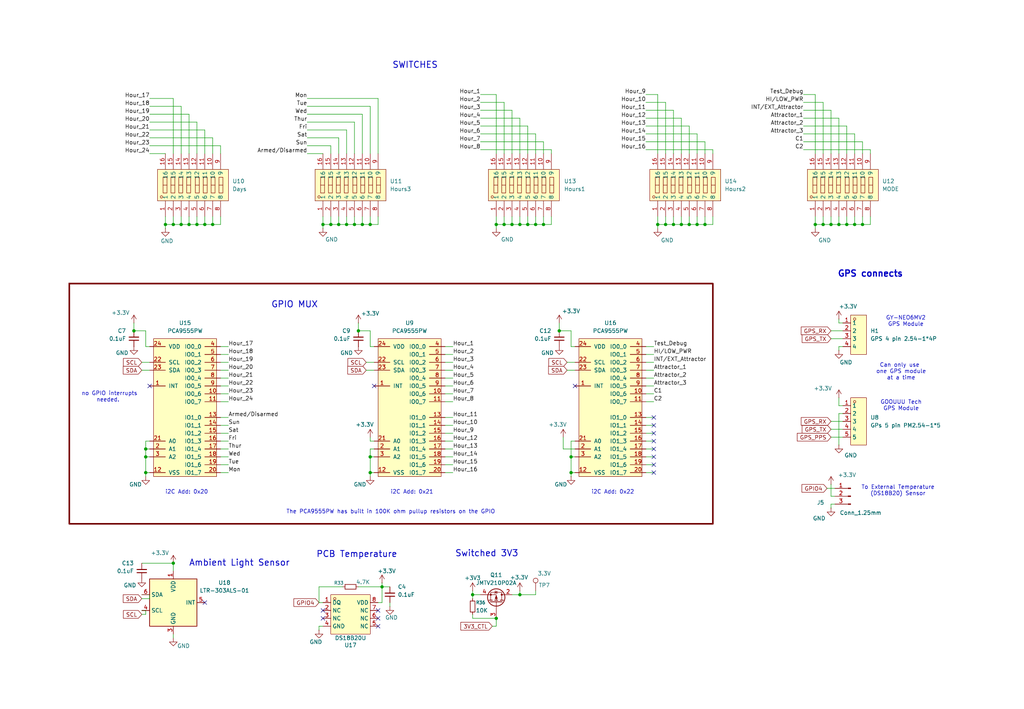
<source format=kicad_sch>
(kicad_sch (version 20250114) (generator "eeschema") (generator_version "9.0")
  (paper "User" 330.2 228.6)
  (title_block (title "MothBox") (date "2025-11-05") (rev "5.0.3") (company "Digital Naturalism Laboritories") (comment 1 "and Parkview"))
  (lib_symbols
    (symbol "0_easyeda2kicad:DS18B20U"
      (property "Reference" "U?" (at 0 8.89 0))
      (property "Value" "DS18B20U" (at 0 -8.89 0))
      (symbol "DS18B20U_0_1"
        (pin unspecified line (at -8.89 3.81 0) (length 2.54) (name "DQ") (number "1"))
        (pin unspecified line (at -8.89 1.27 0) (length 2.54) (name "NC") (number "2"))
        (pin unspecified line (at -8.89 -1.27 0) (length 2.54) (name "NC") (number "3"))
        (pin unspecified line (at -8.89 -3.81 0) (length 2.54) (name "GND") (number "4"))
        (pin unspecified line (at 8.89 3.81 180) (length 2.54) (name "VDD") (number "8"))
        (pin unspecified line (at 8.89 1.27 180) (length 2.54) (name "NC") (number "7"))
        (pin unspecified line (at 8.89 -1.27 180) (length 2.54) (name "NC") (number "6"))
        (pin unspecified line (at 8.89 -3.81 180) (length 2.54) (name "NC") (number "5"))
      )
    )
    (symbol "Connector:Conn_01x03_Pin" (pin_names (offset 1.016) (hide yes))
      (property "Reference" "J" (at 0 5.08 0))
      (property "Value" "Conn_01x03_Pin" (at 0 -5.08 0))
      (symbol "Conn_01x03_Pin_1_1"
        (pin passive line (at 5.08 2.54 180) (length 3.81) (name "Pin_1") (number "1"))
        (pin passive line (at 5.08 0 180) (length 3.81) (name "Pin_2") (number "2"))
        (pin passive line (at 5.08 -2.54 180) (length 3.81) (name "Pin_3") (number "3"))
      )
    )
    (symbol "MothBox_Symbol_Library:+3.3V" (power) (pin_numbers (hide yes)) (pin_names (offset 0) (hide yes))
      (property "Value" "+3.3V" (at 0 3.556 0))
      (symbol "+3.3V_1_1"
        (pin power_in line (at 0 0 90) (length 0) (name "~") (number "1"))
      )
    )
    (symbol "MothBox_Symbol_Library:2.54-1*4P母"
      (property "Reference" "H" (at 0 8.89 0))
      (property "Value" "2.54-1*4P母" (at 0 -8.89 0))
      (symbol "2.54-1*4P母_0_1"
        (pin unspecified line (at -5.08 3.81 0) (length 2.54) (name "1") (number "1"))
        (pin unspecified line (at -5.08 1.27 0) (length 2.54) (name "2") (number "2"))
        (pin unspecified line (at -5.08 -1.27 0) (length 2.54) (name "3") (number "3"))
        (pin unspecified line (at -5.08 -3.81 0) (length 2.54) (name "4") (number "4"))
      )
    )
    (symbol "MothBox_Symbol_Library:C_Small" (pin_numbers (hide yes)) (pin_names (offset 0.254) (hide yes))
      (property "Reference" "C" (at 0.254 1.778 0))
      (property "Value" "C_Small" (at 0.254 -2.032 0))
      (symbol "C_Small_1_1"
        (pin passive line (at 0 2.54 270) (length 2.032) (name "~") (number "1"))
        (pin passive line (at 0 -2.54 90) (length 2.032) (name "~") (number "2"))
      )
    )
    (symbol "MothBox_Symbol_Library:GND" (power) (pin_numbers (hide yes)) (pin_names (offset 0) (hide yes))
      (property "Value" "GND" (at 0 -3.81 0))
      (symbol "GND_1_1"
        (pin power_in line (at 0 0 270) (length 0) (name "~") (number "1"))
      )
    )
    (symbol "MothBox_Symbol_Library:JMTV210P02A" (pin_names (hide yes))
      (property "Reference" "Q" (at 5.08 1.905 0))
      (property "Value" "JMTV210P02A" (at 5.08 0 0))
      (symbol "JMTV210P02A_1_1"
        (pin input line (at -5.08 0 0) (length 2.54) (name "G") (number "3"))
        (pin passive line (at 2.54 5.08 270) (length 2.54) (hide yes) (name "D") (number "1"))
        (pin passive line (at 2.54 5.08 270) (length 2.54) (name "D") (number "2"))
        (pin passive line (at 2.54 5.08 270) (length 2.54) (hide yes) (name "D") (number "5"))
        (pin passive line (at 2.54 5.08 270) (length 2.54) (hide yes) (name "D") (number "6"))
        (pin passive line (at 2.54 5.08 270) (length 2.54) (hide yes) (name "D") (number "8"))
        (pin passive line (at 2.54 -5.08 90) (length 2.54) (name "S") (number "4"))
        (pin passive line (at 2.54 -5.08 90) (length 2.54) (hide yes) (name "S") (number "7"))
      )
    )
    (symbol "MothBox_Symbol_Library:PCA9535PW" (pin_names (offset 1.016))
      (property "Reference" "U" (at 0 -43.18 0))
      (property "Value" "PCA9535PW" (at 0 5.08 0))
      (symbol "PCA9535PW_1_1"
        (pin input line (at -11.43 0 0) (length 5.08) (name "VDD") (number "24"))
        (pin input line (at -11.43 -5.08 0) (length 5.08) (name "SCL") (number "22"))
        (pin input line (at -11.43 -7.62 0) (length 5.08) (name "SDA") (number "23"))
        (pin input line (at -11.43 -12.7 0) (length 5.08) (name "INT") (number "1"))
        (pin input line (at -11.43 -30.48 0) (length 5.08) (name "A0") (number "21"))
        (pin input line (at -11.43 -33.02 0) (length 5.08) (name "A1") (number "2"))
        (pin input line (at -11.43 -35.56 0) (length 5.08) (name "A2") (number "3"))
        (pin input line (at -11.43 -40.64 0) (length 5.08) (name "VSS") (number "12"))
        (pin input line (at 11.43 0 180) (length 5.08) (name "IO0_0") (number "4"))
        (pin input line (at 11.43 -2.54 180) (length 5.08) (name "IO0_1") (number "5"))
        (pin input line (at 11.43 -5.08 180) (length 5.08) (name "IO0_2") (number "6"))
        (pin input line (at 11.43 -7.62 180) (length 5.08) (name "IO0_3") (number "7"))
        (pin input line (at 11.43 -10.16 180) (length 5.08) (name "IO0_4") (number "8"))
        (pin input line (at 11.43 -12.7 180) (length 5.08) (name "IO0_5") (number "9"))
        (pin input line (at 11.43 -15.24 180) (length 5.08) (name "IO0_6") (number "10"))
        (pin input line (at 11.43 -17.78 180) (length 5.08) (name "IO0_7") (number "11"))
        (pin input line (at 11.43 -22.86 180) (length 5.08) (name "IO1_0") (number "13"))
        (pin input line (at 11.43 -25.4 180) (length 5.08) (name "IO1_1") (number "14"))
        (pin input line (at 11.43 -27.94 180) (length 5.08) (name "IO1_2") (number "15"))
        (pin input line (at 11.43 -30.48 180) (length 5.08) (name "IO1_3") (number "16"))
        (pin input line (at 11.43 -33.02 180) (length 5.08) (name "IO1_4") (number "17"))
        (pin input line (at 11.43 -35.56 180) (length 5.08) (name "IO1_5") (number "18"))
        (pin input line (at 11.43 -38.1 180) (length 5.08) (name "IO1_6") (number "19"))
        (pin input line (at 11.43 -40.64 180) (length 5.08) (name "IO1_7") (number "20"))
      )
    )
    (symbol "MothBox_Symbol_Library:PM2.54-1*5"
      (property "Reference" "U" (at 0 10.16 0))
      (property "Value" "PM2.54-1*5" (at 0 -10.16 0))
      (symbol "PM2.54-1*5_0_1"
        (pin unspecified line (at -5.08 5.08 0) (length 2.54) (name "1") (number "1"))
        (pin unspecified line (at -5.08 2.54 0) (length 2.54) (name "2") (number "2"))
        (pin unspecified line (at -5.08 0 0) (length 2.54) (name "3") (number "3"))
        (pin unspecified line (at -5.08 -2.54 0) (length 2.54) (name "4") (number "4"))
        (pin unspecified line (at -5.08 -5.08 0) (length 2.54) (name "5") (number "5"))
      )
    )
    (symbol "MothBox_Symbol_Library:R_Small" (pin_numbers (hide yes)) (pin_names (offset 0.254) (hide yes))
      (property "Reference" "R" (at 0 0 90))
      (property "Value" "R_Small" (at 1.778 0 90))
      (symbol "R_Small_1_1"
        (pin passive line (at 0 2.54 270) (length 0.762) (name "~") (number "1"))
        (pin passive line (at 0 -2.54 90) (length 0.762) (name "~") (number "2"))
      )
    )
    (symbol "MothBox_Symbol_Library:SMXS-08K-TP"
      (property "Reference" "SW" (at 0 15.24 0))
      (property "Value" "SMXS-08K-TP" (at 0 -15.24 0))
      (symbol "SMXS-08K-TP_0_1"
        (pin unspecified line (at -10.16 10.16 270) (length 5.08) (name "16") (number "16"))
        (pin unspecified line (at -10.16 -10.16 90) (length 5.08) (name "1") (number "1"))
        (pin unspecified line (at -7.62 10.16 270) (length 5.08) (name "15") (number "15"))
        (pin unspecified line (at -7.62 -10.16 90) (length 5.08) (name "2") (number "2"))
        (pin unspecified line (at -5.08 10.16 270) (length 5.08) (name "14") (number "14"))
        (pin unspecified line (at -5.08 -10.16 90) (length 5.08) (name "3") (number "3"))
        (pin unspecified line (at -2.54 10.16 270) (length 5.08) (name "13") (number "13"))
        (pin unspecified line (at -2.54 -10.16 90) (length 5.08) (name "4") (number "4"))
        (pin unspecified line (at 0 10.16 270) (length 5.08) (name "12") (number "12"))
        (pin unspecified line (at 0 -10.16 90) (length 5.08) (name "5") (number "5"))
        (pin unspecified line (at 2.54 10.16 270) (length 5.08) (name "11") (number "11"))
        (pin unspecified line (at 2.54 -10.16 90) (length 5.08) (name "6") (number "6"))
        (pin unspecified line (at 5.08 10.16 270) (length 5.08) (name "10") (number "10"))
        (pin unspecified line (at 5.08 -10.16 90) (length 5.08) (name "7") (number "7"))
        (pin unspecified line (at 7.62 10.16 270) (length 5.08) (name "9") (number "9"))
        (pin unspecified line (at 7.62 -10.16 90) (length 5.08) (name "8") (number "8"))
      )
    )
    (symbol "MothBox_Symbol_Library:TestPoint" (pin_numbers (hide yes)) (pin_names (offset 0.762) (hide yes))
      (property "Reference" "TP" (at 0 6.858 0))
      (property "Value" "TestPoint" (at 0 5.08 0))
      (symbol "TestPoint_1_1"
        (pin passive line (at 0 0 90) (length 2.54) (name "1") (number "1"))
      )
    )
    (symbol "Sensor_Optical:LTR-303ALS-01"
      (property "Reference" "U" (at -7.62 8.89 0))
      (property "Value" "LTR-303ALS-01" (at 1.27 8.89 0))
      (symbol "LTR-303ALS-01_1_1"
        (pin bidirectional line (at -10.16 2.54 0) (length 2.54) (name "SDA") (number "6"))
        (pin input line (at -10.16 -2.54 0) (length 2.54) (name "SCL") (number "4"))
        (pin power_in line (at 0 10.16 270) (length 2.54) (name "VDD") (number "1"))
        (pin power_in line (at 0 -10.16 90) (length 2.54) (name "GND") (number "3"))
        (pin no_connect line (at 7.62 -2.54 180) (length 2.54) (hide yes) (name "NC") (number "2"))
        (pin open_collector line (at 10.16 0 180) (length 2.54) (name "INT") (number "5"))
      )
    )
    (symbol "power:+3V3" (power) (pin_numbers (hide yes)) (pin_names (offset 0) (hide yes))
      (property "Value" "+3V3" (at 0 3.556 0))
      (symbol "+3V3_1_1"
        (pin power_in line (at 0 0 90) (length 0) (name "~") (number "1"))
      )
    )
  )
  (rectangle (start 22.352 91.44) (end 229.87 168.91) (stroke (width 0.508) (color 110 0 0 1)))
  (text "Can only use \none GPS module\nat a time" (at 290.576 119.888 0) (effects (font (size 1.27 1.27))))
  (text "no GPIO interrupts\nneeded. " (at 35.306 128.016 0) (effects (font (size 1.27 1.27))))
  (text "GY-NEO6MV2\nGPS Module" (at 292.1 103.632 0) (effects (font (size 1.27 1.27))))
  (text "Switched 3V3" (at 156.972 178.562 0) (effects (font (size 2 2) (thickness 0.254) (bold yes))))
  (text "GPS connects" (at 280.67 88.392 0) (effects (font (size 2 2) (thickness 0.4) (bold yes))))
  (text "The PCA9555PW has built in 100K ohm pullup resistors on the GPIO" (at 125.984 165.1 0) (effects (font (size 1.27 1.27))))
  (text "GOOUUU Tech\nGPS Module" (at 290.576 130.81 0) (effects (font (size 1.27 1.27))))
  (text "PCB Temperature" (at 115.062 178.816 0) (effects (font (size 2 2) (thickness 0.254) (bold yes))))
  (text "i2C Add: 0x22" (at 197.612 158.75 0) (effects (font (size 1.27 1.27))))
  (text "i2C Add: 0x20" (at 60.198 158.75 0) (effects (font (size 1.27 1.27))))
  (text "Ambient Light Sensor" (at 77.216 181.61 0) (effects (font (size 2 2) (thickness 0.254) (bold yes))))
  (text "To External Temperature\n(DS18B20) Sensor" (at 289.56 158.242 0) (effects (font (size 1.27 1.27))))
  (text "i2C Add: 0x21" (at 132.842 158.75 0) (effects (font (size 1.27 1.27))))
  (text "GPIO MUX\n" (at 94.996 98.298 0) (effects (font (size 2 2) (thickness 0.254) (bold yes))))
  (text "SWITCHES" (at 133.858 21.082 0) (effects (font (size 2 2) (thickness 0.254) (bold yes))))
  (junction (at 123.19 189.23))
  (junction (at 265.43 72.39))
  (junction (at 224.79 72.39))
  (junction (at 162.56 72.39))
  (junction (at 219.71 72.39))
  (junction (at 160.02 72.39))
  (junction (at 119.38 147.32))
  (junction (at 214.63 72.39))
  (junction (at 217.17 72.39))
  (junction (at 212.09 72.39))
  (junction (at 68.58 72.39))
  (junction (at 165.1 72.39))
  (junction (at 267.97 72.39))
  (junction (at 58.42 72.39))
  (junction (at 270.51 72.39))
  (junction (at 278.13 72.39))
  (junction (at 167.64 72.39))
  (junction (at 222.25 72.39))
  (junction (at 114.3 72.39))
  (junction (at 46.99 152.4))
  (junction (at 46.99 144.78))
  (junction (at 46.99 147.32))
  (junction (at 111.76 72.39))
  (junction (at 115.57 106.68))
  (junction (at 227.33 72.39))
  (junction (at 63.5 72.39))
  (junction (at 170.18 72.39))
  (junction (at 152.4 191.77))
  (junction (at 273.05 72.39))
  (junction (at 262.89 72.39))
  (junction (at 55.88 72.39))
  (junction (at 119.38 72.39))
  (junction (at 184.15 147.32))
  (junction (at 66.04 72.39))
  (junction (at 184.15 152.4))
  (junction (at 116.84 72.39))
  (junction (at 109.22 72.39))
  (junction (at 43.18 106.68))
  (junction (at 172.72 72.39))
  (junction (at 160.02 199.39))
  (junction (at 275.59 72.39))
  (junction (at 106.68 72.39))
  (junction (at 180.34 106.68))
  (junction (at 53.34 72.39))
  (junction (at 167.64 191.77))
  (junction (at 104.14 72.39))
  (junction (at 55.88 181.61))
  (junction (at 119.38 152.4))
  (junction (at 60.96 72.39))
  (junction (at 175.26 72.39))
  (no_connect (at 104.14 196.85))
  (no_connect (at 120.65 124.46))
  (no_connect (at 121.92 199.39))
  (no_connect (at 210.82 152.4))
  (no_connect (at 121.92 201.93))
  (no_connect (at 210.82 139.7))
  (no_connect (at 210.82 149.86))
  (no_connect (at 48.26 124.46))
  (no_connect (at 210.82 144.78))
  (no_connect (at 210.82 147.32))
  (no_connect (at 210.82 137.16))
  (no_connect (at 185.42 124.46))
  (no_connect (at 66.04 194.31))
  (no_connect (at 210.82 142.24))
  (no_connect (at 104.14 199.39))
  (no_connect (at 210.82 134.62))
  (no_connect (at 121.92 196.85))
  (wire (pts (xy 68.58 72.39) (xy 71.12 72.39)))
  (wire (pts (xy 210.82 116.84) (xy 208.28 116.84)))
  (wire (pts (xy 146.05 137.16) (xy 143.51 137.16)))
  (wire (pts (xy 46.99 142.24) (xy 46.99 144.78)))
  (wire (pts (xy 210.82 127) (xy 208.28 127)))
  (wire (pts (xy 60.96 69.85) (xy 60.96 72.39)))
  (wire (pts (xy 46.99 144.78) (xy 46.99 147.32)))
  (wire (pts (xy 208.28 43.18) (xy 224.79 43.18)))
  (wire (pts (xy 210.82 111.76) (xy 208.28 111.76)))
  (wire (pts (xy 152.4 190.5) (xy 152.4 191.77)))
  (wire (pts (xy 224.79 69.85) (xy 224.79 72.39)))
  (wire (pts (xy 99.06 46.99) (xy 106.68 46.99)))
  (wire (pts (xy 73.66 114.3) (xy 71.12 114.3)))
  (wire (pts (xy 119.38 69.85) (xy 119.38 72.39)))
  (wire (pts (xy 102.87 189.23) (xy 102.87 194.31)))
  (wire (pts (xy 114.3 39.37) (xy 114.3 49.53)))
  (wire (pts (xy 184.15 147.32) (xy 184.15 152.4)))
  (wire (pts (xy 152.4 191.77) (xy 152.4 193.04)))
  (wire (pts (xy 158.75 201.93) (xy 160.02 201.93)))
  (wire (pts (xy 119.38 144.78) (xy 119.38 147.32)))
  (wire (pts (xy 180.34 106.68) (xy 184.15 106.68)))
  (wire (pts (xy 45.72 116.84) (xy 48.26 116.84)))
  (wire (pts (xy 45.72 181.61) (xy 55.88 181.61)))
  (wire (pts (xy 217.17 69.85) (xy 217.17 72.39)))
  (wire (pts (xy 73.66 121.92) (xy 71.12 121.92)))
  (wire (pts (xy 48.26 142.24) (xy 46.99 142.24)))
  (wire (pts (xy 167.64 72.39) (xy 170.18 72.39)))
  (wire (pts (xy 46.99 152.4) (xy 46.99 153.67)))
  (wire (pts (xy 99.06 39.37) (xy 114.3 39.37)))
  (wire (pts (xy 121.92 69.85) (xy 121.92 72.39)))
  (wire (pts (xy 154.94 45.72) (xy 175.26 45.72)))
  (wire (pts (xy 48.26 46.99) (xy 71.12 46.99)))
  (wire (pts (xy 170.18 72.39) (xy 172.72 72.39)))
  (wire (pts (xy 210.82 144.78) (xy 208.28 144.78)))
  (wire (pts (xy 162.56 33.02) (xy 162.56 49.53)))
  (wire (pts (xy 184.15 147.32) (xy 185.42 147.32)))
  (wire (pts (xy 210.82 152.4) (xy 208.28 152.4)))
  (wire (pts (xy 115.57 106.68) (xy 119.38 106.68)))
  (wire (pts (xy 185.42 152.4) (xy 184.15 152.4)))
  (wire (pts (xy 146.05 147.32) (xy 143.51 147.32)))
  (wire (pts (xy 217.17 35.56) (xy 217.17 49.53)))
  (wire (pts (xy 262.89 69.85) (xy 262.89 72.39)))
  (wire (pts (xy 48.26 34.29) (xy 58.42 34.29)))
  (wire (pts (xy 99.06 49.53) (xy 104.14 49.53)))
  (wire (pts (xy 119.38 34.29) (xy 119.38 49.53)))
  (wire (pts (xy 73.66 129.54) (xy 71.12 129.54)))
  (wire (pts (xy 53.34 72.39) (xy 53.34 73.66)))
  (wire (pts (xy 210.82 121.92) (xy 208.28 121.92)))
  (wire (pts (xy 118.11 119.38) (xy 120.65 119.38)))
  (wire (pts (xy 146.05 139.7) (xy 143.51 139.7)))
  (wire (pts (xy 46.99 106.68) (xy 46.99 111.76)))
  (wire (pts (xy 116.84 36.83) (xy 116.84 49.53)))
  (wire (pts (xy 55.88 204.47) (xy 55.88 205.74)))
  (wire (pts (xy 267.97 69.85) (xy 267.97 72.39)))
  (wire (pts (xy 160.02 72.39) (xy 162.56 72.39)))
  (wire (pts (xy 227.33 69.85) (xy 227.33 72.39)))
  (wire (pts (xy 210.82 119.38) (xy 208.28 119.38)))
  (wire (pts (xy 123.19 189.23) (xy 125.73 189.23)))
  (wire (pts (xy 273.05 40.64) (xy 273.05 49.53)))
  (wire (pts (xy 119.38 72.39) (xy 121.92 72.39)))
  (wire (pts (xy 267.97 72.39) (xy 270.51 72.39)))
  (wire (pts (xy 222.25 40.64) (xy 222.25 49.53)))
  (wire (pts (xy 165.1 35.56) (xy 165.1 49.53)))
  (wire (pts (xy 116.84 72.39) (xy 119.38 72.39)))
  (wire (pts (xy 43.18 104.14) (xy 43.18 106.68)))
  (wire (pts (xy 63.5 72.39) (xy 66.04 72.39)))
  (wire (pts (xy 180.34 104.14) (xy 180.34 106.68)))
  (wire (pts (xy 45.72 196.85) (xy 46.99 196.85)))
  (wire (pts (xy 160.02 69.85) (xy 160.02 72.39)))
  (wire (pts (xy 184.15 142.24) (xy 185.42 142.24)))
  (wire (pts (xy 152.4 198.12) (xy 152.4 199.39)))
  (wire (pts (xy 48.26 193.04) (xy 45.72 193.04)))
  (wire (pts (xy 172.72 190.5) (xy 172.72 191.77)))
  (wire (pts (xy 160.02 30.48) (xy 160.02 49.53)))
  (wire (pts (xy 259.08 33.02) (xy 265.43 33.02)))
  (wire (pts (xy 267.97 160.02) (xy 269.24 160.02)))
  (wire (pts (xy 160.02 199.39) (xy 160.02 201.93)))
  (wire (pts (xy 267.97 109.22) (xy 271.78 109.22)))
  (wire (pts (xy 120.65 111.76) (xy 119.38 111.76)))
  (wire (pts (xy 119.38 144.78) (xy 120.65 144.78)))
  (wire (pts (xy 104.14 72.39) (xy 106.68 72.39)))
  (wire (pts (xy 273.05 72.39) (xy 275.59 72.39)))
  (wire (pts (xy 210.82 139.7) (xy 208.28 139.7)))
  (wire (pts (xy 68.58 69.85) (xy 68.58 72.39)))
  (wire (pts (xy 71.12 49.53) (xy 71.12 46.99)))
  (wire (pts (xy 125.73 194.31) (xy 125.73 195.58)))
  (wire (pts (xy 46.99 147.32) (xy 48.26 147.32)))
  (wire (pts (xy 152.4 191.77) (xy 154.94 191.77)))
  (wire (pts (xy 170.18 40.64) (xy 170.18 49.53)))
  (wire (pts (xy 119.38 147.32) (xy 119.38 152.4)))
  (wire (pts (xy 46.99 147.32) (xy 46.99 152.4)))
  (wire (pts (xy 182.88 119.38) (xy 185.42 119.38)))
  (wire (pts (xy 208.28 38.1) (xy 219.71 38.1)))
  (wire (pts (xy 267.97 106.68) (xy 271.78 106.68)))
  (wire (pts (xy 120.65 152.4) (xy 119.38 152.4)))
  (wire (pts (xy 119.38 106.68) (xy 119.38 111.76)))
  (wire (pts (xy 219.71 38.1) (xy 219.71 49.53)))
  (wire (pts (xy 278.13 45.72) (xy 278.13 49.53)))
  (wire (pts (xy 210.82 114.3) (xy 208.28 114.3)))
  (wire (pts (xy 146.05 144.78) (xy 143.51 144.78)))
  (wire (pts (xy 63.5 39.37) (xy 63.5 49.53)))
  (wire (pts (xy 270.51 133.35) (xy 270.51 143.51)))
  (wire (pts (xy 208.28 48.26) (xy 229.87 48.26)))
  (wire (pts (xy 146.05 149.86) (xy 143.51 149.86)))
  (wire (pts (xy 48.26 36.83) (xy 60.96 36.83)))
  (wire (pts (xy 210.82 134.62) (xy 208.28 134.62)))
  (wire (pts (xy 224.79 72.39) (xy 227.33 72.39)))
  (wire (pts (xy 270.51 111.76) (xy 271.78 111.76)))
  (wire (pts (xy 146.05 121.92) (xy 143.51 121.92)))
  (wire (pts (xy 48.26 191.77) (xy 48.26 193.04)))
  (wire (pts (xy 146.05 134.62) (xy 143.51 134.62)))
  (wire (pts (xy 114.3 72.39) (xy 116.84 72.39)))
  (wire (pts (xy 170.18 69.85) (xy 170.18 72.39)))
  (wire (pts (xy 278.13 72.39) (xy 280.67 72.39)))
  (wire (pts (xy 73.66 149.86) (xy 71.12 149.86)))
  (wire (pts (xy 68.58 44.45) (xy 68.58 49.53)))
  (wire (pts (xy 46.99 196.85) (xy 46.99 198.12)))
  (wire (pts (xy 275.59 43.18) (xy 275.59 49.53)))
  (wire (pts (xy 106.68 72.39) (xy 109.22 72.39)))
  (wire (pts (xy 219.71 69.85) (xy 219.71 72.39)))
  (wire (pts (xy 229.87 48.26) (xy 229.87 49.53)))
  (wire (pts (xy 60.96 36.83) (xy 60.96 49.53)))
  (wire (pts (xy 146.05 116.84) (xy 143.51 116.84)))
  (wire (pts (xy 259.08 35.56) (xy 267.97 35.56)))
  (wire (pts (xy 109.22 69.85) (xy 109.22 72.39)))
  (wire (pts (xy 73.66 152.4) (xy 71.12 152.4)))
  (wire (pts (xy 154.94 30.48) (xy 160.02 30.48)))
  (wire (pts (xy 214.63 33.02) (xy 214.63 49.53)))
  (wire (pts (xy 208.28 45.72) (xy 227.33 45.72)))
  (wire (pts (xy 73.66 139.7) (xy 71.12 139.7)))
  (wire (pts (xy 270.51 104.14) (xy 271.78 104.14)))
  (wire (pts (xy 267.97 162.56) (xy 267.97 163.83)))
  (wire (pts (xy 48.26 49.53) (xy 53.34 49.53)))
  (wire (pts (xy 270.51 102.87) (xy 270.51 104.14)))
  (wire (pts (xy 99.06 31.75) (xy 121.92 31.75)))
  (wire (pts (xy 267.97 35.56) (xy 267.97 49.53)))
  (wire (pts (xy 146.05 114.3) (xy 143.51 114.3)))
  (wire (pts (xy 270.51 133.35) (xy 271.78 133.35)))
  (wire (pts (xy 99.06 34.29) (xy 119.38 34.29)))
  (wire (pts (xy 55.88 69.85) (xy 55.88 72.39)))
  (wire (pts (xy 53.34 69.85) (xy 53.34 72.39)))
  (wire (pts (xy 73.66 119.38) (xy 71.12 119.38)))
  (wire (pts (xy 58.42 72.39) (xy 60.96 72.39)))
  (wire (pts (xy 267.97 140.97) (xy 271.78 140.97)))
  (wire (pts (xy 123.19 187.96) (xy 123.19 189.23)))
  (wire (pts (xy 177.8 69.85) (xy 177.8 72.39)))
  (wire (pts (xy 99.06 44.45) (xy 109.22 44.45)))
  (wire (pts (xy 182.88 116.84) (xy 185.42 116.84)))
  (wire (pts (xy 55.88 72.39) (xy 58.42 72.39)))
  (wire (pts (xy 46.99 144.78) (xy 48.26 144.78)))
  (wire (pts (xy 270.51 69.85) (xy 270.51 72.39)))
  (wire (pts (xy 104.14 201.93) (xy 102.87 201.93)))
  (wire (pts (xy 55.88 184.15) (xy 55.88 181.61)))
  (wire (pts (xy 175.26 45.72) (xy 175.26 49.53)))
  (wire (pts (xy 73.66 147.32) (xy 71.12 147.32)))
  (wire (pts (xy 73.66 137.16) (xy 71.12 137.16)))
  (wire (pts (xy 273.05 69.85) (xy 273.05 72.39)))
  (wire (pts (xy 114.3 69.85) (xy 114.3 72.39)))
  (wire (pts (xy 154.94 33.02) (xy 162.56 33.02)))
  (wire (pts (xy 162.56 72.39) (xy 165.1 72.39)))
  (wire (pts (xy 262.89 72.39) (xy 265.43 72.39)))
  (wire (pts (xy 119.38 152.4) (xy 119.38 153.67)))
  (wire (pts (xy 111.76 69.85) (xy 111.76 72.39)))
  (wire (pts (xy 160.02 72.39) (xy 160.02 73.66)))
  (wire (pts (xy 46.99 198.12) (xy 45.72 198.12)))
  (wire (pts (xy 102.87 194.31) (xy 104.14 194.31)))
  (wire (pts (xy 109.22 72.39) (xy 111.76 72.39)))
  (wire (pts (xy 212.09 30.48) (xy 212.09 49.53)))
  (wire (pts (xy 265.43 72.39) (xy 267.97 72.39)))
  (wire (pts (xy 267.97 138.43) (xy 271.78 138.43)))
  (wire (pts (xy 165.1 72.39) (xy 167.64 72.39)))
  (wire (pts (xy 214.63 69.85) (xy 214.63 72.39)))
  (wire (pts (xy 217.17 72.39) (xy 219.71 72.39)))
  (wire (pts (xy 119.38 147.32) (xy 120.65 147.32)))
  (wire (pts (xy 208.28 40.64) (xy 222.25 40.64)))
  (wire (pts (xy 278.13 69.85) (xy 278.13 72.39)))
  (wire (pts (xy 172.72 72.39) (xy 175.26 72.39)))
  (wire (pts (xy 146.05 127) (xy 143.51 127)))
  (wire (pts (xy 181.61 140.97) (xy 181.61 144.78)))
  (wire (pts (xy 222.25 69.85) (xy 222.25 72.39)))
  (wire (pts (xy 265.43 69.85) (xy 265.43 72.39)))
  (wire (pts (xy 73.66 144.78) (xy 71.12 144.78)))
  (wire (pts (xy 123.19 194.31) (xy 121.92 194.31)))
  (wire (pts (xy 111.76 41.91) (xy 111.76 49.53)))
  (wire (pts (xy 212.09 72.39) (xy 214.63 72.39)))
  (wire (pts (xy 167.64 69.85) (xy 167.64 72.39)))
  (wire (pts (xy 259.08 30.48) (xy 262.89 30.48)))
  (wire (pts (xy 275.59 72.39) (xy 278.13 72.39)))
  (wire (pts (xy 73.66 116.84) (xy 71.12 116.84)))
  (wire (pts (xy 227.33 72.39) (xy 229.87 72.39)))
  (wire (pts (xy 167.64 191.77) (xy 167.64 190.5)))
  (wire (pts (xy 210.82 124.46) (xy 208.28 124.46)))
  (wire (pts (xy 48.26 152.4) (xy 46.99 152.4)))
  (wire (pts (xy 154.94 40.64) (xy 170.18 40.64)))
  (wire (pts (xy 214.63 72.39) (xy 217.17 72.39)))
  (wire (pts (xy 146.05 119.38) (xy 143.51 119.38)))
  (wire (pts (xy 48.26 44.45) (xy 68.58 44.45)))
  (wire (pts (xy 66.04 69.85) (xy 66.04 72.39)))
  (wire (pts (xy 210.82 149.86) (xy 208.28 149.86)))
  (wire (pts (xy 154.94 35.56) (xy 165.1 35.56)))
  (wire (pts (xy 259.08 45.72) (xy 278.13 45.72)))
  (wire (pts (xy 227.33 45.72) (xy 227.33 49.53)))
  (wire (pts (xy 118.11 116.84) (xy 120.65 116.84)))
  (wire (pts (xy 270.51 128.27) (xy 270.51 130.81)))
  (wire (pts (xy 48.26 39.37) (xy 63.5 39.37)))
  (wire (pts (xy 270.51 130.81) (xy 271.78 130.81)))
  (wire (pts (xy 162.56 69.85) (xy 162.56 72.39)))
  (wire (pts (xy 229.87 69.85) (xy 229.87 72.39)))
  (wire (pts (xy 175.26 69.85) (xy 175.26 72.39)))
  (wire (pts (xy 48.26 31.75) (xy 55.88 31.75)))
  (wire (pts (xy 267.97 156.21) (xy 267.97 160.02)))
  (wire (pts (xy 146.05 124.46) (xy 143.51 124.46)))
  (wire (pts (xy 66.04 72.39) (xy 68.58 72.39)))
  (wire (pts (xy 165.1 191.77) (xy 167.64 191.77)))
  (wire (pts (xy 184.15 106.68) (xy 184.15 111.76)))
  (wire (pts (xy 146.05 142.24) (xy 143.51 142.24)))
  (wire (pts (xy 123.19 189.23) (xy 123.19 194.31)))
  (wire (pts (xy 259.08 43.18) (xy 275.59 43.18)))
  (wire (pts (xy 146.05 111.76) (xy 143.51 111.76)))
  (wire (pts (xy 73.66 134.62) (xy 71.12 134.62)))
  (wire (pts (xy 146.05 152.4) (xy 143.51 152.4)))
  (wire (pts (xy 280.67 48.26) (xy 280.67 49.53)))
  (wire (pts (xy 109.22 44.45) (xy 109.22 49.53)))
  (wire (pts (xy 60.96 72.39) (xy 63.5 72.39)))
  (wire (pts (xy 111.76 72.39) (xy 114.3 72.39)))
  (wire (pts (xy 154.94 38.1) (xy 167.64 38.1)))
  (wire (pts (xy 270.51 38.1) (xy 270.51 49.53)))
  (wire (pts (xy 275.59 69.85) (xy 275.59 72.39)))
  (wire (pts (xy 119.38 142.24) (xy 120.65 142.24)))
  (wire (pts (xy 175.26 72.39) (xy 177.8 72.39)))
  (wire (pts (xy 265.43 33.02) (xy 265.43 49.53)))
  (wire (pts (xy 222.25 72.39) (xy 224.79 72.39)))
  (wire (pts (xy 102.87 201.93) (xy 102.87 203.2)))
  (wire (pts (xy 110.49 189.23) (xy 102.87 189.23)))
  (wire (pts (xy 115.57 189.23) (xy 123.19 189.23)))
  (wire (pts (xy 219.71 72.39) (xy 222.25 72.39)))
  (wire (pts (xy 104.14 69.85) (xy 104.14 72.39)))
  (wire (pts (xy 45.72 191.77) (xy 48.26 191.77)))
  (wire (pts (xy 116.84 69.85) (xy 116.84 72.39)))
  (wire (pts (xy 115.57 104.14) (xy 115.57 106.68)))
  (wire (pts (xy 73.66 124.46) (xy 71.12 124.46)))
  (wire (pts (xy 121.92 31.75) (xy 121.92 49.53)))
  (wire (pts (xy 73.66 142.24) (xy 71.12 142.24)))
  (wire (pts (xy 167.64 38.1) (xy 167.64 49.53)))
  (wire (pts (xy 208.28 35.56) (xy 217.17 35.56)))
  (wire (pts (xy 165.1 69.85) (xy 165.1 72.39)))
  (wire (pts (xy 172.72 43.18) (xy 172.72 49.53)))
  (wire (pts (xy 267.97 135.89) (xy 271.78 135.89)))
  (wire (pts (xy 71.12 69.85) (xy 71.12 72.39)))
  (wire (pts (xy 99.06 41.91) (xy 111.76 41.91)))
  (wire (pts (xy 58.42 69.85) (xy 58.42 72.39)))
  (wire (pts (xy 280.67 69.85) (xy 280.67 72.39)))
  (wire (pts (xy 266.7 157.48) (xy 269.24 157.48)))
  (wire (pts (xy 210.82 142.24) (xy 208.28 142.24)))
  (wire (pts (xy 154.94 43.18) (xy 172.72 43.18)))
  (wire (pts (xy 267.97 162.56) (xy 269.24 162.56)))
  (wire (pts (xy 73.66 111.76) (xy 71.12 111.76)))
  (wire (pts (xy 48.26 41.91) (xy 66.04 41.91)))
  (wire (pts (xy 58.42 34.29) (xy 58.42 49.53)))
  (wire (pts (xy 172.72 191.77) (xy 167.64 191.77)))
  (wire (pts (xy 55.88 31.75) (xy 55.88 49.53)))
  (wire (pts (xy 208.28 30.48) (xy 212.09 30.48)))
  (wire (pts (xy 106.68 46.99) (xy 106.68 49.53)))
  (wire (pts (xy 259.08 40.64) (xy 273.05 40.64)))
  (wire (pts (xy 208.28 33.02) (xy 214.63 33.02)))
  (wire (pts (xy 45.72 119.38) (xy 48.26 119.38)))
  (wire (pts (xy 259.08 48.26) (xy 280.67 48.26)))
  (wire (pts (xy 43.18 106.68) (xy 46.99 106.68)))
  (wire (pts (xy 66.04 41.91) (xy 66.04 49.53)))
  (wire (pts (xy 152.4 199.39) (xy 160.02 199.39)))
  (wire (pts (xy 262.89 72.39) (xy 262.89 73.66)))
  (wire (pts (xy 104.14 72.39) (xy 104.14 73.66)))
  (wire (pts (xy 53.34 72.39) (xy 55.88 72.39)))
  (wire (pts (xy 48.26 111.76) (xy 46.99 111.76)))
  (wire (pts (xy 146.05 129.54) (xy 143.51 129.54)))
  (wire (pts (xy 184.15 152.4) (xy 184.15 153.67)))
  (wire (pts (xy 212.09 72.39) (xy 212.09 73.66)))
  (wire (pts (xy 210.82 137.16) (xy 208.28 137.16)))
  (wire (pts (xy 210.82 129.54) (xy 208.28 129.54)))
  (wire (pts (xy 63.5 69.85) (xy 63.5 72.39)))
  (wire (pts (xy 184.15 142.24) (xy 184.15 147.32)))
  (wire (pts (xy 185.42 111.76) (xy 184.15 111.76)))
  (wire (pts (xy 224.79 43.18) (xy 224.79 49.53)))
  (wire (pts (xy 270.51 72.39) (xy 273.05 72.39)))
  (wire (pts (xy 210.82 147.32) (xy 208.28 147.32)))
  (wire (pts (xy 119.38 140.97) (xy 119.38 142.24)))
  (wire (pts (xy 259.08 38.1) (xy 270.51 38.1)))
  (wire (pts (xy 212.09 69.85) (xy 212.09 72.39)))
  (wire (pts (xy 270.51 113.03) (xy 270.51 111.76)))
  (wire (pts (xy 99.06 36.83) (xy 116.84 36.83)))
  (wire (pts (xy 73.66 127) (xy 71.12 127)))
  (wire (pts (xy 177.8 48.26) (xy 177.8 49.53)))
  (wire (pts (xy 262.89 30.48) (xy 262.89 49.53)))
  (wire (pts (xy 172.72 69.85) (xy 172.72 72.39)))
  (wire (pts (xy 181.61 144.78) (xy 185.42 144.78)))
  (wire (pts (xy 106.68 69.85) (xy 106.68 72.39)))
  (wire (pts (xy 154.94 48.26) (xy 177.8 48.26)))
  (label "Tue" (at 99.06 34.29 180))
  (label "Attractor_3" (at 210.82 124.46 0))
  (label "Fri" (at 73.66 142.24 0))
  (label "Wed" (at 73.66 147.32 0))
  (label "Hour_22" (at 48.26 44.45 180))
  (label "Test_Debug" (at 210.82 111.76 0))
  (label "Mon" (at 99.06 31.75 180))
  (label "Thur" (at 73.66 144.78 0))
  (label "Hour_4" (at 154.94 38.1 180))
  (label "Hour_9" (at 208.28 30.48 180))
  (label "Thur" (at 99.06 39.37 180))
  (label "Hour_21" (at 73.66 121.92 0))
  (label "Hour_12" (at 146.05 142.24 0))
  (label "Hour_2" (at 146.05 114.3 0))
  (label "Hour_11" (at 146.05 134.62 0))
  (label "Armed{slash}Disarmed" (at 73.66 134.62 0))
  (label "Hour_5" (at 146.05 121.92 0))
  (label "Hour_8" (at 146.05 129.54 0))
  (label "Hour_14" (at 146.05 147.32 0))
  (label "Hour_18" (at 73.66 114.3 0))
  (label "Hour_15" (at 146.05 149.86 0))
  (label "Wed" (at 99.06 36.83 180))
  (label "Hour_2" (at 154.94 33.02 180))
  (label "Tue" (at 73.66 149.86 0))
  (label "Sat" (at 73.66 139.7 0))
  (label "HI{slash}LOW_PWR" (at 210.82 114.3 0))
  (label "Mon" (at 73.66 152.4 0))
  (label "Hour_16" (at 208.28 48.26 180))
  (label "Hour_24" (at 48.26 49.53 180))
  (label "C2" (at 210.82 129.54 0))
  (label "C1" (at 210.82 127 0))
  (label "Hour_16" (at 146.05 152.4 0))
  (label "Hour_7" (at 146.05 127 0))
  (label "INT{slash}EXT_Attractor" (at 259.08 35.56 180))
  (label "C1" (at 259.08 45.72 180))
  (label "Hour_24" (at 73.66 129.54 0))
  (label "C2" (at 259.08 48.26 180))
  (label "Hour_18" (at 48.26 34.29 180))
  (label "Hour_6" (at 154.94 43.18 180))
  (label "Hour_19" (at 73.66 116.84 0))
  (label "Hour_8" (at 154.94 48.26 180))
  (label "Hour_12" (at 208.28 38.1 180))
  (label "Sun" (at 99.06 46.99 180))
  (label "HI{slash}LOW_PWR" (at 259.08 33.02 180))
  (label "Hour_7" (at 154.94 45.72 180))
  (label "Armed{slash}Disarmed" (at 99.06 49.53 180))
  (label "Hour_15" (at 208.28 45.72 180))
  (label "Hour_13" (at 208.28 40.64 180))
  (label "Attractor_2" (at 210.82 121.92 0))
  (label "Hour_10" (at 146.05 137.16 0))
  (label "Sat" (at 99.06 44.45 180))
  (label "Hour_10" (at 208.28 33.02 180))
  (label "Hour_17" (at 73.66 111.76 0))
  (label "Attractor_1" (at 259.08 38.1 180))
  (label "Sun" (at 73.66 137.16 0))
  (label "Hour_13" (at 146.05 144.78 0))
  (label "Hour_1" (at 146.05 111.76 0))
  (label "Attractor_2" (at 259.08 40.64 180))
  (label "Hour_23" (at 73.66 127 0))
  (label "Hour_5" (at 154.94 40.64 180))
  (label "Hour_17" (at 48.26 31.75 180))
  (label "Hour_20" (at 48.26 39.37 180))
  (label "Hour_21" (at 48.26 41.91 180))
  (label "Hour_23" (at 48.26 46.99 180))
  (label "Hour_9" (at 146.05 139.7 0))
  (label "Test_Debug" (at 259.08 30.48 180))
  (label "Hour_22" (at 73.66 124.46 0))
  (label "Hour_3" (at 146.05 116.84 0))
  (label "Attractor_1" (at 210.82 119.38 0))
  (label "Hour_11" (at 208.28 35.56 180))
  (label "Attractor_3" (at 259.08 43.18 180))
  (label "INT{slash}EXT_Attractor" (at 210.82 116.84 0))
  (label "Hour_14" (at 208.28 43.18 180))
  (label "Fri" (at 99.06 41.91 180))
  (label "Hour_6" (at 146.05 124.46 0))
  (label "Hour_4" (at 146.05 119.38 0))
  (label "Hour_1" (at 154.94 30.48 180))
  (label "Hour_19" (at 48.26 36.83 180))
  (label "Hour_20" (at 73.66 119.38 0))
  (label "Hour_3" (at 154.94 35.56 180))
  (global_label "GPS_TX" (shape input) (at 267.97 138.43 180) (property "Intersheetrefs" "${INTERSHEET_REFS}" (effects (hide yes))))
  (global_label "GPIO4" (shape input) (at 102.87 194.31 180) (property "Intersheetrefs" "${INTERSHEET_REFS}" (effects (hide yes))))
  (global_label "GPS_RX" (shape input) (at 267.97 106.68 180) (property "Intersheetrefs" "${INTERSHEET_REFS}" (effects (hide yes))))
  (global_label "SDA" (shape input) (at 45.72 119.38 180) (property "Intersheetrefs" "${INTERSHEET_REFS}" (effects (hide yes))))
  (global_label "SCL" (shape input) (at 182.88 116.84 180) (property "Intersheetrefs" "${INTERSHEET_REFS}" (effects (hide yes))))
  (global_label "SCL" (shape input) (at 45.72 116.84 180) (property "Intersheetrefs" "${INTERSHEET_REFS}" (effects (hide yes))))
  (global_label "GPS_RX" (shape input) (at 267.97 135.89 180) (property "Intersheetrefs" "${INTERSHEET_REFS}" (effects (hide yes))))
  (global_label "SCL" (shape input) (at 45.72 198.12 180) (property "Intersheetrefs" "${INTERSHEET_REFS}" (effects (hide yes))))
  (global_label "GPS_PPS" (shape input) (at 267.97 140.97 180) (property "Intersheetrefs" "${INTERSHEET_REFS}" (effects (hide yes))))
  (global_label "SDA" (shape input) (at 45.72 193.04 180) (property "Intersheetrefs" "${INTERSHEET_REFS}" (effects (hide yes))))
  (global_label "GPS_TX" (shape input) (at 267.97 109.22 180) (property "Intersheetrefs" "${INTERSHEET_REFS}" (effects (hide yes))))
  (global_label "3V3_CTL" (shape input) (at 158.75 201.93 180) (property "Intersheetrefs" "${INTERSHEET_REFS}" (effects (hide yes))))
  (global_label "SDA" (shape input) (at 118.11 119.38 180) (property "Intersheetrefs" "${INTERSHEET_REFS}" (effects (hide yes))))
  (global_label "SDA" (shape input) (at 182.88 119.38 180) (property "Intersheetrefs" "${INTERSHEET_REFS}" (effects (hide yes))))
  (global_label "SCL" (shape input) (at 118.11 116.84 180) (property "Intersheetrefs" "${INTERSHEET_REFS}" (effects (hide yes))))
  (global_label "GPIO4" (shape input) (at 266.7 157.48 180) (property "Intersheetrefs" "${INTERSHEET_REFS}" (effects (hide yes))))
  (symbol (lib_id "MothBox_Symbol_Library:+3.3V") (at 270.51 128.27 0) (unit 1)
    (property "Reference" "#PWR022" (effects (hide yes)))
    (property "Value" "+3.3V" (at 262.382 125.222 0) (effects (justify left)))
    (property "Description" "Power symbol creates a global label with name \"+3.3V\"" (effects (hide yes)))
  )
  (symbol (lib_id "MothBox_Symbol_Library:GND") (at 45.72 186.69 0) (mirror y) (unit 1)
    (property "Reference" "#PWR065" (effects (hide yes)))
    (property "Value" "GND" (at 41.91 188.722 0))
    (property "Description" "Power symbol creates a global label with name \"GND\" , ground" (effects (hide yes)))
  )
  (symbol (lib_id "MothBox_Symbol_Library:+3.3V") (at 55.88 181.61 0) (mirror y) (unit 1)
    (property "Reference" "#PWR064" (effects (hide yes)))
    (property "Value" "+3.3V" (at 51.562 178.308 0))
    (property "Description" "Power symbol creates a global label with name \"+3.3V\"" (effects (hide yes)))
  )
  (symbol (lib_id "MothBox_Symbol_Library:2.54-1*4P母") (at 276.86 107.95 0) (unit 1)
    (property "Reference" "H1" (at 280.67 106.6799 0) (effects (justify left)))
    (property "Value" "GPS 4 pin 2.54-1*4P" (at 280.67 109.2199 0) (effects (justify left)))
    (property "Footprint" "Connector_PinSocket_2.54mm:PinSocket_1x04_P2.54mm_Vertical" (effects (hide yes)))
    (property "LCSC_Part" "C2718488" (effects (hide yes)))
  )
  (symbol (lib_id "MothBox_Symbol_Library:GND") (at 160.02 73.66 0) (unit 1)
    (property "Reference" "#PWR029" (effects (hide yes)))
    (property "Value" "GND" (at 163.576 77.216 0))
    (property "Description" "Power symbol creates a global label with name \"GND\" , ground" (effects (hide yes)))
  )
  (symbol (lib_id "MothBox_Symbol_Library:+3.3V") (at 115.57 104.14 0) (mirror y) (unit 1)
    (property "Reference" "#PWR050" (effects (hide yes)))
    (property "Value" "+3.3V" (at 119.38 101.092 0))
    (property "Description" "Power symbol creates a global label with name \"+3.3V\"" (effects (hide yes)))
  )
  (symbol (lib_id "MothBox_Symbol_Library:GND") (at 104.14 73.66 0) (unit 1)
    (property "Reference" "#PWR028" (effects (hide yes)))
    (property "Value" "GND" (at 106.934 77.216 0))
    (property "Description" "Power symbol creates a global label with name \"GND\" , ground" (effects (hide yes)))
  )
  (symbol (lib_id "power:+3V3") (at 152.4 190.5 0) (unit 1)
    (property "Reference" "#PWR075" (effects (hide yes)))
    (property "Value" "+3V3" (at 152.4 186.3669 0))
    (property "Description" "Power symbol creates a global label with name \"+3V3\"" (effects (hide yes)))
  )
  (symbol (lib_id "MothBox_Symbol_Library:+3.3V") (at 270.51 102.87 0) (unit 1)
    (property "Reference" "#PWR020" (effects (hide yes)))
    (property "Value" "+3.3V" (at 270.51 98.806 0) (effects (justify left)))
    (property "Description" "Power symbol creates a global label with name \"+3.3V\"" (effects (hide yes)))
  )
  (symbol (lib_id "MothBox_Symbol_Library:GND") (at 180.34 111.76 0) (mirror y) (unit 1)
    (property "Reference" "#PWR032" (effects (hide yes)))
    (property "Value" "GND" (at 176.53 113.792 0))
    (property "Description" "Power symbol creates a global label with name \"GND\" , ground" (effects (hide yes)))
  )
  (symbol (lib_id "MothBox_Symbol_Library:GND") (at 119.38 153.67 0) (mirror y) (unit 1)
    (property "Reference" "#PWR052" (effects (hide yes)))
    (property "Value" "GND" (at 116.078 156.21 0))
    (property "Description" "Power symbol creates a global label with name \"GND\" , ground" (effects (hide yes)))
  )
  (symbol (lib_id "MothBox_Symbol_Library:+3.3V") (at 167.64 190.5 0) (mirror y) (unit 1)
    (property "Reference" "#PWR066" (effects (hide yes)))
    (property "Value" "+3.3V" (at 167.386 186.182 0))
    (property "Description" "Power symbol creates a global label with name \"+3.3V\"" (effects (hide yes)))
  )
  (symbol (lib_id "MothBox_Symbol_Library:+3.3V") (at 180.34 104.14 0) (mirror y) (unit 1)
    (property "Reference" "#PWR013" (effects (hide yes)))
    (property "Value" "+3.3V" (at 184.15 100.33 0))
    (property "Description" "Power symbol creates a global label with name \"+3.3V\"" (effects (hide yes)))
  )
  (symbol (lib_id "MothBox_Symbol_Library:GND") (at 270.51 143.51 0) (unit 1)
    (property "Reference" "#PWR023" (effects (hide yes)))
    (property "Value" "GND" (at 272.288 146.812 0) (effects (justify left)))
    (property "Description" "Power symbol creates a global label with name \"GND\" , ground" (effects (hide yes)))
  )
  (symbol (lib_id "MothBox_Symbol_Library:PCA9535PW") (at 196.85 111.76 0) (unit 1)
    (property "Reference" "U16" (at 196.85 104.14 0))
    (property "Value" "PCA9555PW" (at 196.85 106.68 0))
    (property "Footprint" "MothBox_footprints_Library:TSSOP-24_4.4x7.8mm_P0.65mm" (effects (hide yes)))
    (property "LCSC_Part" " C42420607" (effects (hide yes)))
  )
  (symbol (lib_id "MothBox_Symbol_Library:C_Small") (at 43.18 109.22 0) (mirror x) (unit 1)
    (property "Reference" "C7" (at 40.64 106.6735 0) (effects (justify right)))
    (property "Value" "0.1uF" (at 40.64 109.2135 0) (effects (justify right)))
    (property "Footprint" "MothBox_footprints_Library:C_0603_1608Metric" (effects (hide yes)))
    (property "Description" "Unpolarized capacitor, small symbol" (effects (hide yes)))
    (property "Digikey_Part_No" "311-1140-2-ND" (effects (hide yes)))
    (property "LCSC_Part" "C14663" (effects (hide yes)))
  )
  (symbol (lib_id "MothBox_Symbol_Library:GND") (at 43.18 111.76 0) (mirror y) (unit 1)
    (property "Reference" "#PWR027" (effects (hide yes)))
    (property "Value" "GND" (at 39.37 113.792 0))
    (property "Description" "Power symbol creates a global label with name \"GND\" , ground" (effects (hide yes)))
  )
  (symbol (lib_id "MothBox_Symbol_Library:PCA9535PW") (at 132.08 111.76 0) (unit 1)
    (property "Reference" "U9" (at 132.08 104.14 0))
    (property "Value" "PCA9555PW" (at 132.08 106.68 0))
    (property "Footprint" "MothBox_footprints_Library:TSSOP-24_4.4x7.8mm_P0.65mm" (effects (hide yes)))
    (property "LCSC_Part" " C42420607" (effects (hide yes)))
  )
  (symbol (lib_id "MothBox_Symbol_Library:+3.3V") (at 181.61 140.97 0) (mirror y) (unit 1)
    (property "Reference" "#PWR055" (effects (hide yes)))
    (property "Value" "+3.3V" (at 179.832 136.906 0))
    (property "Description" "Power symbol creates a global label with name \"+3.3V\"" (effects (hide yes)))
  )
  (symbol (lib_id "MothBox_Symbol_Library:SMXS-08K-TP") (at 222.25 59.69 0) (unit 1)
    (property "Reference" "U14" (at 233.68 58.4199 0) (effects (justify left)))
    (property "Value" "Hours2" (at 233.68 60.9599 0) (effects (justify left)))
    (property "Footprint" "MothBox_footprints_Library:SW-SMD_SMXS-08K-TP" (effects (hide yes)))
    (property "LCSC_Part" "C5439767" (effects (hide yes)))
  )
  (symbol (lib_id "MothBox_Symbol_Library:PM2.54-1*5") (at 276.86 135.89 0) (unit 1)
    (property "Reference" "U8" (at 280.67 134.6199 0) (effects (justify left)))
    (property "Value" "GPs 5 pin PM2.54-1*5" (at 280.67 137.1599 0) (effects (justify left)))
    (property "Footprint" "Connector_PinSocket_2.54mm:PinSocket_1x05_P2.54mm_Vertical" (effects (hide yes)))
    (property "LCSC_Part" "C5116488" (effects (hide yes)))
  )
  (symbol (lib_id "MothBox_Symbol_Library:C_Small") (at 125.73 191.77 180) (unit 1)
    (property "Reference" "C4" (at 128.27 189.2235 0) (effects (justify right)))
    (property "Value" "0.1uF" (at 128.27 191.7635 0) (effects (justify right)))
    (property "Footprint" "MothBox_footprints_Library:C_0603_1608Metric" (effects (hide yes)))
    (property "Description" "Unpolarized capacitor, small symbol" (effects (hide yes)))
    (property "Digikey_Part_No" "311-1140-2-ND" (effects (hide yes)))
    (property "LCSC_Part" "C14663" (effects (hide yes)))
  )
  (symbol (lib_id "MothBox_Symbol_Library:SMXS-08K-TP") (at 114.3 59.69 0) (unit 1)
    (property "Reference" "U11" (at 125.73 58.4199 0) (effects (justify left)))
    (property "Value" "Hours3" (at 125.73 60.9599 0) (effects (justify left)))
    (property "Footprint" "MothBox_footprints_Library:SW-SMD_SMXS-08K-TP" (effects (hide yes)))
    (property "LCSC_Part" "C5439767" (effects (hide yes)))
  )
  (symbol (lib_id "MothBox_Symbol_Library:SMXS-08K-TP") (at 273.05 59.69 0) (unit 1)
    (property "Reference" "U12" (at 284.48 58.4199 0) (effects (justify left)))
    (property "Value" "MODE" (at 284.48 60.9599 0) (effects (justify left)))
    (property "Footprint" "MothBox_footprints_Library:SW-SMD_SMXS-08K-TP" (effects (hide yes)))
    (property "LCSC_Part" "C5439767" (effects (hide yes)))
  )
  (symbol (lib_id "MothBox_Symbol_Library:+3.3V") (at 119.38 140.97 0) (mirror y) (unit 1)
    (property "Reference" "#PWR054" (effects (hide yes)))
    (property "Value" "+3.3V" (at 117.602 136.906 0))
    (property "Description" "Power symbol creates a global label with name \"+3.3V\"" (effects (hide yes)))
  )
  (symbol (lib_id "MothBox_Symbol_Library:+3.3V") (at 43.18 104.14 0) (mirror y) (unit 1)
    (property "Reference" "#PWR026" (effects (hide yes)))
    (property "Value" "+3.3V" (at 38.862 100.838 0))
    (property "Description" "Power symbol creates a global label with name \"+3.3V\"" (effects (hide yes)))
  )
  (symbol (lib_id "MothBox_Symbol_Library:GND") (at 262.89 73.66 0) (unit 1)
    (property "Reference" "#PWR057" (effects (hide yes)))
    (property "Value" "GND" (at 265.938 77.47 0))
    (property "Description" "Power symbol creates a global label with name \"GND\" , ground" (effects (hide yes)))
  )
  (symbol (lib_id "MothBox_Symbol_Library:SMXS-08K-TP") (at 170.18 59.69 0) (unit 1)
    (property "Reference" "U13" (at 181.864 58.42 0) (effects (justify left)))
    (property "Value" "Hours1" (at 181.864 60.96 0) (effects (justify left)))
    (property "Footprint" "MothBox_footprints_Library:SW-SMD_SMXS-08K-TP" (effects (hide yes)))
    (property "LCSC_Part" "C5439767" (effects (hide yes)))
  )
  (symbol (lib_id "Connector:Conn_01x03_Pin") (at 274.32 160.02 0) (mirror y) (unit 1)
    (property "Reference" "J5" (at 263.398 162.052 0) (effects (justify right)))
    (property "Value" "Conn_1.25mm" (at 270.764 165.354 0) (effects (justify right)))
    (property "Footprint" "0_easyeda_footprints:CONN-SMD_3P-P1.25_DF13C-3P-1.25V" (effects (hide yes)))
    (property "Description" "Generic connector, single row, 01x03, script generated" (effects (hide yes)))
    (property "LCSC" "C88352" (effects (hide yes)))
  )
  (symbol (lib_id "MothBox_Symbol_Library:R_Small") (at 152.4 195.58 0) (unit 1)
    (property "Reference" "R36" (at 153.416 194.31 0) (effects (font (size 1.016 1.016)) (justify left)))
    (property "Value" "10K" (at 153.416 196.85 0) (effects (justify left)))
    (property "Footprint" "MothBox_footprints_Library:R_0603_1608Metric" (effects (hide yes)))
    (property "Description" "Resistor, small symbol" (effects (hide yes)))
    (property "LCSC_Part" "C25804" (effects (hide yes)))
  )
  (symbol (lib_id "MothBox_Symbol_Library:R_Small") (at 113.03 189.23 270) (mirror x) (unit 1)
    (property "Reference" "R33" (at 107.696 187.96 90) (effects (font (size 1.016 1.016)) (justify left)))
    (property "Value" "4.7K" (at 114.808 187.706 90) (effects (justify left)))
    (property "Footprint" "MothBox_footprints_Library:R_0603_1608Metric" (effects (hide yes)))
    (property "Description" "Resistor, small symbol" (effects (hide yes)))
    (property "LCSC_Part" "C25804" (effects (hide yes)))
  )
  (symbol (lib_id "MothBox_Symbol_Library:SMXS-08K-TP") (at 63.5 59.69 0) (unit 1)
    (property "Reference" "U10" (at 74.93 58.4199 0) (effects (justify left)))
    (property "Value" "Days" (at 74.93 60.9599 0) (effects (justify left)))
    (property "Footprint" "MothBox_footprints_Library:SW-SMD_SMXS-08K-TP" (effects (hide yes)))
    (property "LCSC_Part" "C5439767" (effects (hide yes)))
  )
  (symbol (lib_id "MothBox_Symbol_Library:GND") (at 212.09 73.66 0) (unit 1)
    (property "Reference" "#PWR033" (effects (hide yes)))
    (property "Value" "GND" (at 215.138 77.47 0))
    (property "Description" "Power symbol creates a global label with name \"GND\" , ground" (effects (hide yes)))
  )
  (symbol (lib_id "MothBox_Symbol_Library:GND") (at 46.99 153.67 0) (mirror y) (unit 1)
    (property "Reference" "#PWR048" (effects (hide yes)))
    (property "Value" "GND" (at 43.688 156.21 0))
    (property "Description" "Power symbol creates a global label with name \"GND\" , ground" (effects (hide yes)))
  )
  (symbol (lib_id "MothBox_Symbol_Library:+3.3V") (at 267.97 156.21 0) (mirror y) (unit 1)
    (property "Reference" "#PWR070" (effects (hide yes)))
    (property "Value" "+3.3V" (at 276.098 153.162 0) (effects (justify left)))
    (property "Description" "Power symbol creates a global label with name \"+3.3V\"" (effects (hide yes)))
  )
  (symbol (lib_id "MothBox_Symbol_Library:+3.3V") (at 123.19 187.96 0) (mirror y) (unit 1)
    (property "Reference" "#PWR067" (effects (hide yes)))
    (property "Value" "+3.3V" (at 124.714 184.15 0))
    (property "Description" "Power symbol creates a global label with name \"+3.3V\"" (effects (hide yes)))
  )
  (symbol (lib_id "MothBox_Symbol_Library:TestPoint") (at 172.72 190.5 0) (unit 1) (in_bom no)
    (property "Reference" "TP7" (at 175.514 188.722 0))
    (property "Value" "3.3V" (at 175.514 184.912 0))
    (property "Footprint" "MothBox_footprints_Library:TestPoint_THTPad_D1.0mm_Drill0.5mm" (effects (hide yes)))
    (property "Description" "test point" (effects (hide yes)))
  )
  (symbol (lib_id "MothBox_Symbol_Library:C_Small") (at 115.57 109.22 0) (mirror x) (unit 1)
    (property "Reference" "C9" (at 113.03 106.6735 0) (effects (justify right)))
    (property "Value" "0.1uF" (at 113.03 109.2135 0) (effects (justify right)))
    (property "Footprint" "MothBox_footprints_Library:C_0603_1608Metric" (effects (hide yes)))
    (property "Description" "Unpolarized capacitor, small symbol" (effects (hide yes)))
    (property "Digikey_Part_No" "311-1140-2-ND" (effects (hide yes)))
    (property "LCSC_Part" "C14663" (effects (hide yes)))
  )
  (symbol (lib_id "Sensor_Optical:LTR-303ALS-01") (at 55.88 194.31 0) (unit 1)
    (property "Reference" "U18" (at 72.39 187.8898 0))
    (property "Value" "LTR-303ALS-01" (at 72.39 190.4298 0))
    (property "Footprint" "OptoDevice:Lite-On_LTR-303ALS-01" (effects (hide yes)))
    (property "Datasheet" "https://optoelectronics.liteon.com/upload/download/DS86-2013-0004/LTR-303ALS-01_DS_V1.pdf" (effects (hide yes)))
    (property "Description" "ambient light sensor, i2c interface, 0.01 to 64k lux, 2.4-3.6V" (effects (hide yes)))
  )
  (symbol (lib_id "MothBox_Symbol_Library:GND") (at 270.51 113.03 0) (unit 1)
    (property "Reference" "#PWR021" (effects (hide yes)))
    (property "Value" "GND" (at 272.796 116.84 0))
    (property "Description" "Power symbol creates a global label with name \"GND\" , ground" (effects (hide yes)))
  )
  (symbol (lib_id "MothBox_Symbol_Library:C_Small") (at 180.34 109.22 0) (mirror x) (unit 1)
    (property "Reference" "C12" (at 177.8 106.6735 0) (effects (justify right)))
    (property "Value" "0.1uF" (at 177.8 109.2135 0) (effects (justify right)))
    (property "Footprint" "MothBox_footprints_Library:C_0603_1608Metric" (effects (hide yes)))
    (property "Description" "Unpolarized capacitor, small symbol" (effects (hide yes)))
    (property "Digikey_Part_No" "311-1140-2-ND" (effects (hide yes)))
    (property "LCSC_Part" "C14663" (effects (hide yes)))
  )
  (symbol (lib_id "MothBox_Symbol_Library:GND") (at 53.34 73.66 0) (unit 1)
    (property "Reference" "#PWR024" (effects (hide yes)))
    (property "Value" "GND" (at 53.848 77.724 0))
    (property "Description" "Power symbol creates a global label with name \"GND\" , ground" (effects (hide yes)))
  )
  (symbol (lib_id "MothBox_Symbol_Library:GND") (at 115.57 111.76 0) (mirror y) (unit 1)
    (property "Reference" "#PWR051" (effects (hide yes)))
    (property "Value" "GND" (at 111.76 113.792 0))
    (property "Description" "Power symbol creates a global label with name \"GND\" , ground" (effects (hide yes)))
  )
  (symbol (lib_id "MothBox_Symbol_Library:GND") (at 267.97 163.83 0) (mirror y) (unit 1)
    (property "Reference" "#PWR069" (effects (hide yes)))
    (property "Value" "GND" (at 266.192 167.132 0) (effects (justify left)))
    (property "Description" "Power symbol creates a global label with name \"GND\" , ground" (effects (hide yes)))
  )
  (symbol (lib_id "0_easyeda2kicad:DS18B20U") (at 113.03 198.12 0) (unit 1)
    (property "Reference" "U17" (at 113.03 208.026 0))
    (property "Value" "DS18B20U" (at 113.03 205.74 0))
    (property "Footprint" "0_easyeda_footprints:MSOP-8_L3.0-W3.0-P0.65-LS4.9-BL" (effects (hide yes)))
    (property "Datasheet" "https://lcsc.com/product-detail/Temperature-Sensors_UMW-Youtai-Semiconductor-Co-Ltd-DS18B20U_C695836.html" (effects (hide yes)))
    (property "LCSC Part" "C695836" (effects (hide yes)))
  )
  (symbol (lib_id "MothBox_Symbol_Library:GND") (at 184.15 153.67 0) (mirror y) (unit 1)
    (property "Reference" "#PWR056" (effects (hide yes)))
    (property "Value" "GND" (at 180.848 156.21 0))
    (property "Description" "Power symbol creates a global label with name \"GND\" , ground" (effects (hide yes)))
  )
  (symbol (lib_id "MothBox_Symbol_Library:PCA9535PW") (at 59.69 111.76 0) (unit 1)
    (property "Reference" "U15" (at 59.69 104.14 0))
    (property "Value" "PCA9555PW" (at 59.69 106.68 0))
    (property "Footprint" "MothBox_footprints_Library:TSSOP-24_4.4x7.8mm_P0.65mm" (effects (hide yes)))
    (property "LCSC_Part" " C42420607" (effects (hide yes)))
  )
  (symbol (lib_id "MothBox_Symbol_Library:GND") (at 55.88 205.74 0) (unit 1)
    (property "Reference" "#PWR063" (effects (hide yes)))
    (property "Value" "GND" (at 59.182 208.28 0))
    (property "Description" "Power symbol creates a global label with name \"GND\" , ground" (effects (hide yes)))
  )
  (symbol (lib_id "MothBox_Symbol_Library:C_Small") (at 45.72 184.15 0) (mirror x) (unit 1)
    (property "Reference" "C13" (at 43.18 181.6035 0) (effects (justify right)))
    (property "Value" "0.1uF" (at 43.18 184.1435 0) (effects (justify right)))
    (property "Footprint" "MothBox_footprints_Library:C_0603_1608Metric" (effects (hide yes)))
    (property "Description" "Unpolarized capacitor, small symbol" (effects (hide yes)))
    (property "Digikey_Part_No" "311-1140-2-ND" (effects (hide yes)))
    (property "LCSC_Part" "C14663" (effects (hide yes)))
  )
  (symbol (lib_id "MothBox_Symbol_Library:GND") (at 102.87 203.2 0) (unit 1)
    (property "Reference" "#PWR019" (effects (hide yes)))
    (property "Value" "GND" (at 101.854 207.01 0))
    (property "Description" "Power symbol creates a global label with name \"GND\" , ground" (effects (hide yes)))
  )
  (symbol (lib_id "MothBox_Symbol_Library:JMTV210P02A") (at 160.02 194.31 270) (mirror x) (unit 1)
    (property "Reference" "Q11" (at 160.02 185.42 90))
    (property "Value" "JMTV210P02A" (at 160.02 187.96 90))
    (property "Footprint" "MothBox_footprints_Library:U-DFN2020-6_L2.0-W2.0-P0.65-BL" (effects (hide yes)))
    (property "Datasheet" "http://www.vishay.com/docs/70209/70209.pdf" (effects (hide yes)))
    (property "Description" "-4.0A Id, -30V Vds, P-Channel MOSFET, SOT-23" (effects (hide yes)))
    (property "LCSC_Part" "C2938482" (effects (hide yes)))
  )
  (symbol (lib_id "MothBox_Symbol_Library:GND") (at 125.73 195.58 0) (unit 1)
    (property "Reference" "#PWR068" (effects (hide yes)))
    (property "Value" "GND" (at 126.238 199.136 0))
    (property "Description" "Power symbol creates a global label with name \"GND\" , ground" (effects (hide yes)))
  )
)
</source>
